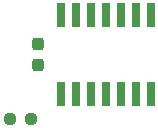
<source format=gbr>
%TF.GenerationSoftware,KiCad,Pcbnew,7.0.11-2.fc38*%
%TF.CreationDate,2024-04-05T10:11:15+02:00*%
%TF.ProjectId,WLED_Board,574c4544-5f42-46f6-9172-642e6b696361,rev?*%
%TF.SameCoordinates,Original*%
%TF.FileFunction,Paste,Top*%
%TF.FilePolarity,Positive*%
%FSLAX46Y46*%
G04 Gerber Fmt 4.6, Leading zero omitted, Abs format (unit mm)*
G04 Created by KiCad (PCBNEW 7.0.11-2.fc38) date 2024-04-05 10:11:15*
%MOMM*%
%LPD*%
G01*
G04 APERTURE LIST*
G04 Aperture macros list*
%AMRoundRect*
0 Rectangle with rounded corners*
0 $1 Rounding radius*
0 $2 $3 $4 $5 $6 $7 $8 $9 X,Y pos of 4 corners*
0 Add a 4 corners polygon primitive as box body*
4,1,4,$2,$3,$4,$5,$6,$7,$8,$9,$2,$3,0*
0 Add four circle primitives for the rounded corners*
1,1,$1+$1,$2,$3*
1,1,$1+$1,$4,$5*
1,1,$1+$1,$6,$7*
1,1,$1+$1,$8,$9*
0 Add four rect primitives between the rounded corners*
20,1,$1+$1,$2,$3,$4,$5,0*
20,1,$1+$1,$4,$5,$6,$7,0*
20,1,$1+$1,$6,$7,$8,$9,0*
20,1,$1+$1,$8,$9,$2,$3,0*%
G04 Aperture macros list end*
%ADD10RoundRect,0.237500X0.237500X-0.300000X0.237500X0.300000X-0.237500X0.300000X-0.237500X-0.300000X0*%
%ADD11R,0.660400X2.032000*%
%ADD12RoundRect,0.237500X0.250000X0.237500X-0.250000X0.237500X-0.250000X-0.237500X0.250000X-0.237500X0*%
G04 APERTURE END LIST*
D10*
%TO.C,C4*%
X90749999Y-108612500D03*
X90749999Y-106887500D03*
%TD*%
D11*
%TO.C,IC1*%
X92689572Y-111064700D03*
X93959572Y-111064700D03*
X95229572Y-111064700D03*
X96499572Y-111064700D03*
X97769572Y-111064700D03*
X99039572Y-111064700D03*
X100309572Y-111064700D03*
X100309572Y-104435300D03*
X99039572Y-104435300D03*
X97769572Y-104435300D03*
X96499572Y-104435300D03*
X95229572Y-104435300D03*
X93959572Y-104435300D03*
X92689572Y-104435300D03*
%TD*%
D12*
%TO.C,R3*%
X90162499Y-113250000D03*
X88337499Y-113250000D03*
%TD*%
M02*

</source>
